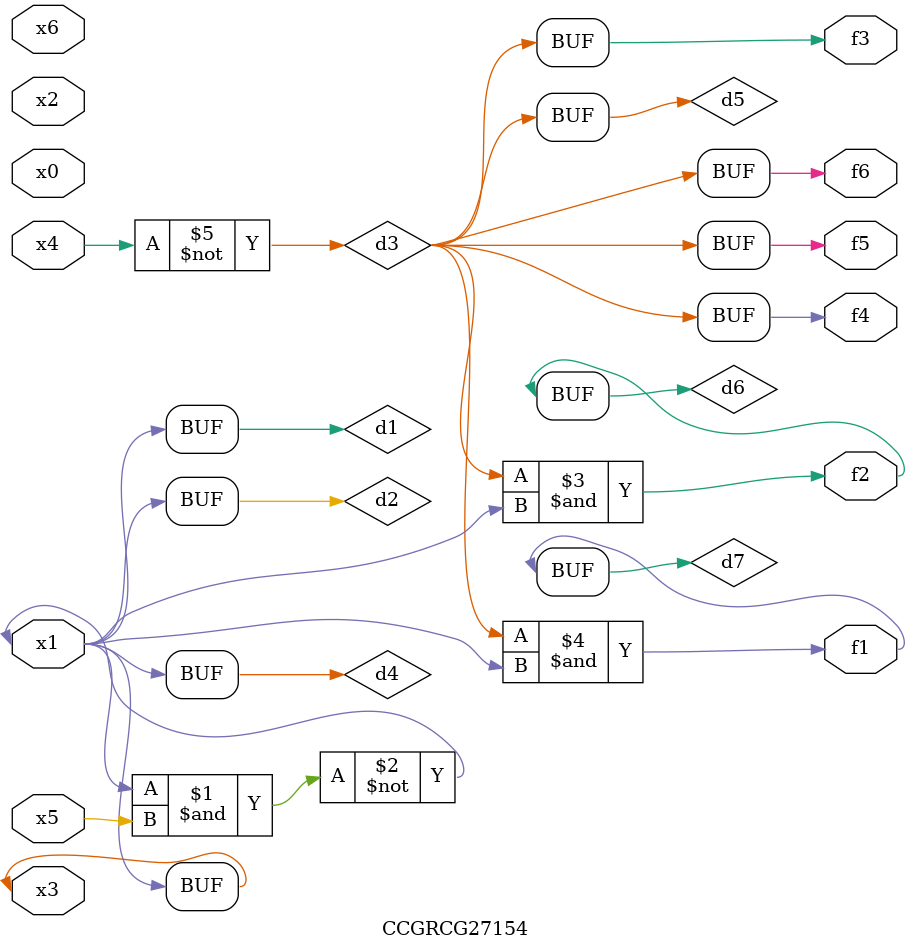
<source format=v>
module CCGRCG27154(
	input x0, x1, x2, x3, x4, x5, x6,
	output f1, f2, f3, f4, f5, f6
);

	wire d1, d2, d3, d4, d5, d6, d7;

	buf (d1, x1, x3);
	nand (d2, x1, x5);
	not (d3, x4);
	buf (d4, d1, d2);
	buf (d5, d3);
	and (d6, d3, d4);
	and (d7, d3, d4);
	assign f1 = d7;
	assign f2 = d6;
	assign f3 = d5;
	assign f4 = d5;
	assign f5 = d5;
	assign f6 = d5;
endmodule

</source>
